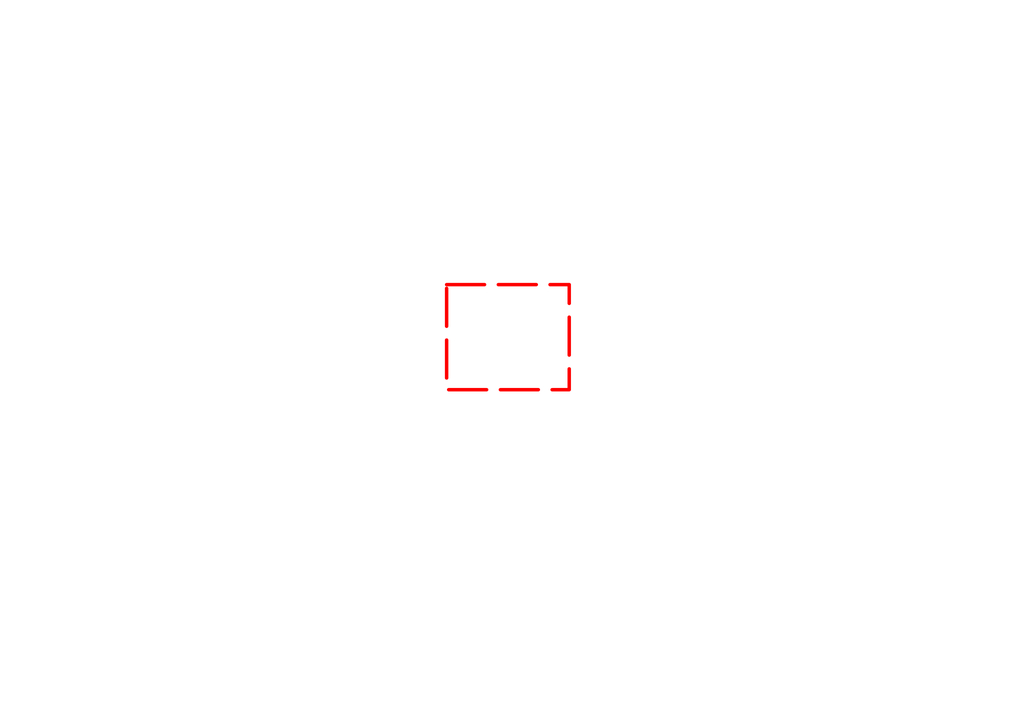
<source format=kicad_sch>
(kicad_sch
	(version 20250114)
	(generator "eeschema")
	(generator_version "9.0")
	(uuid "4ff49b34-6b24-4cea-b74a-06dd705ba9c7")
	(paper "A4")
	(title_block
		(title "Colored Rectangle Test")
	)
	(lib_symbols)
	(rectangle
		(start 129.54 82.55)
		(end 165.1 113.03)
		(stroke
			(width 1)
			(type dash)
			(color 255 0 0 1)
		)
		(fill
			(type none)
		)
		(uuid 1d5f4bf3-286d-4d21-837a-12edb198930e)
	)
	(sheet_instances
		(path "/"
			(page "1")
		)
	)
	(embedded_fonts no)
)

</source>
